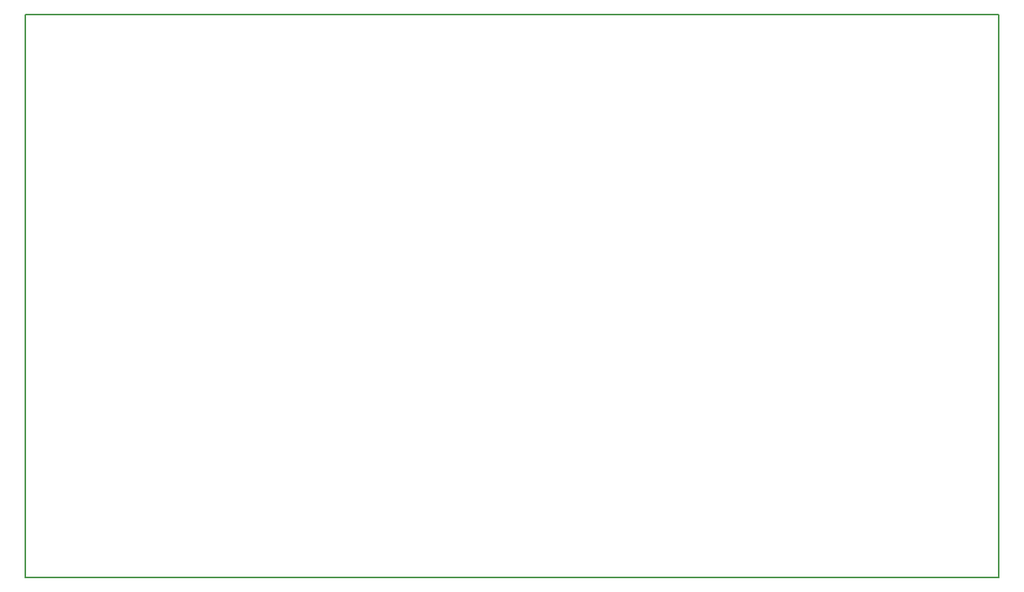
<source format=gm1>
G04 #@! TF.FileFunction,Profile,NP*
%FSLAX46Y46*%
G04 Gerber Fmt 4.6, Leading zero omitted, Abs format (unit mm)*
G04 Created by KiCad (PCBNEW 4.0.5+dfsg1-4) date Wed Aug 23 12:06:28 2017*
%MOMM*%
%LPD*%
G01*
G04 APERTURE LIST*
%ADD10C,0.100000*%
%ADD11C,0.150000*%
G04 APERTURE END LIST*
D10*
D11*
X210693000Y-60960000D02*
X103124000Y-60960000D01*
X210693000Y-123190000D02*
X210693000Y-60960000D01*
X103124000Y-123190000D02*
X210693000Y-123190000D01*
X103124000Y-60960000D02*
X103124000Y-123190000D01*
M02*

</source>
